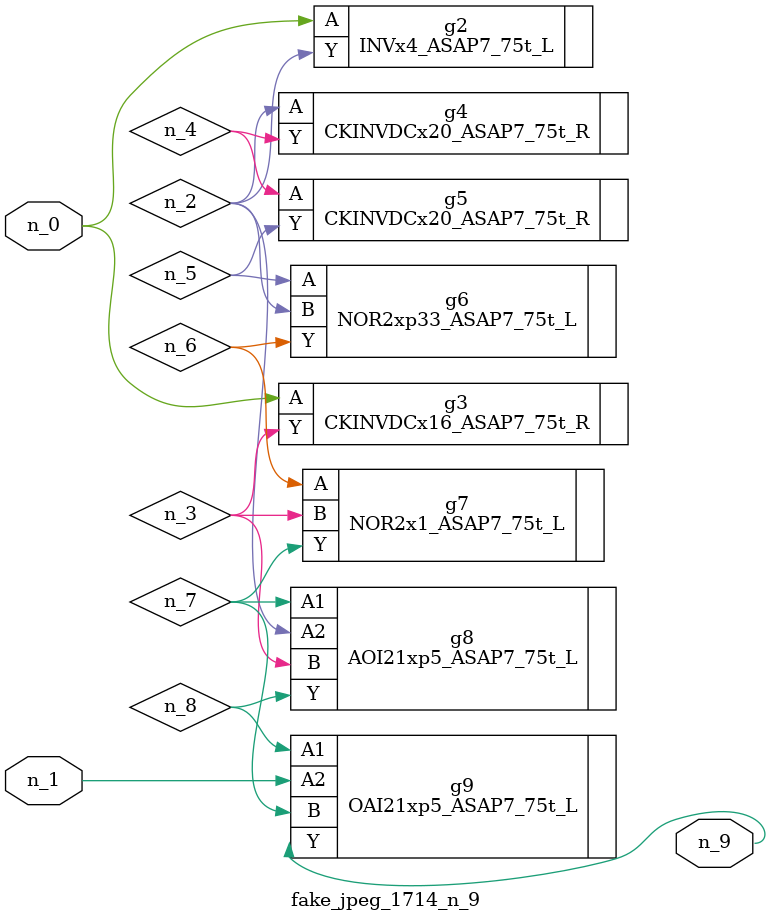
<source format=v>
module fake_jpeg_1714_n_9 (n_0, n_1, n_9);

input n_0;
input n_1;

output n_9;

wire n_2;
wire n_3;
wire n_4;
wire n_8;
wire n_6;
wire n_5;
wire n_7;

INVx4_ASAP7_75t_L g2 ( 
.A(n_0),
.Y(n_2)
);

CKINVDCx16_ASAP7_75t_R g3 ( 
.A(n_0),
.Y(n_3)
);

CKINVDCx20_ASAP7_75t_R g4 ( 
.A(n_2),
.Y(n_4)
);

CKINVDCx20_ASAP7_75t_R g5 ( 
.A(n_4),
.Y(n_5)
);

NOR2xp33_ASAP7_75t_L g6 ( 
.A(n_5),
.B(n_2),
.Y(n_6)
);

NOR2x1_ASAP7_75t_L g7 ( 
.A(n_6),
.B(n_3),
.Y(n_7)
);

AOI21xp5_ASAP7_75t_L g8 ( 
.A1(n_7),
.A2(n_2),
.B(n_3),
.Y(n_8)
);

OAI21xp5_ASAP7_75t_L g9 ( 
.A1(n_8),
.A2(n_1),
.B(n_7),
.Y(n_9)
);


endmodule
</source>
